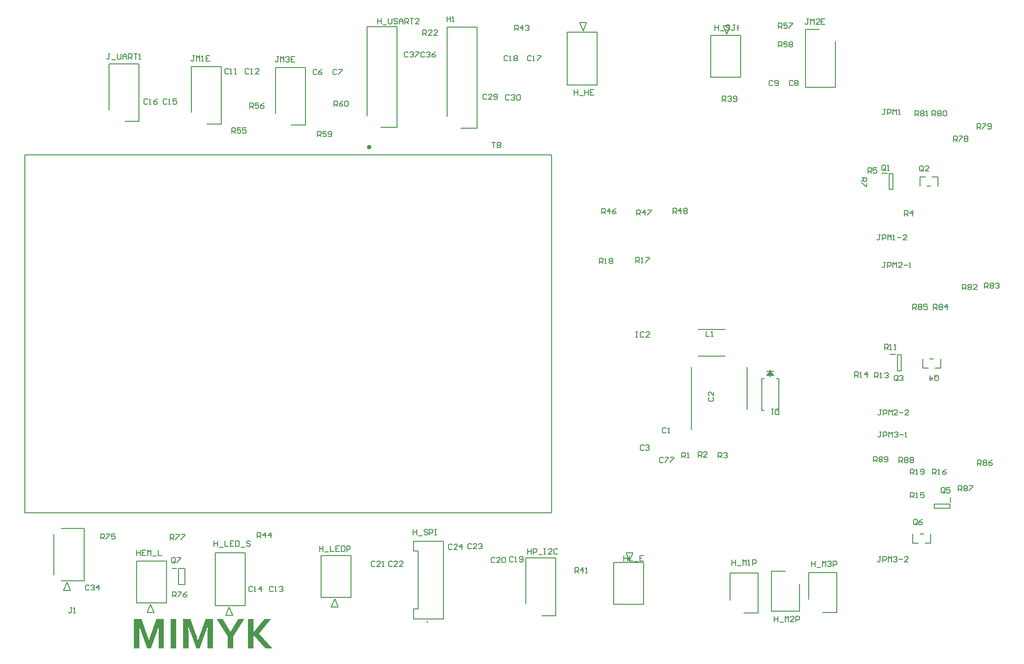
<source format=gbr>
%TF.GenerationSoftware,Altium Limited,Altium Designer,20.2.5 (213)*%
G04 Layer_Color=65535*
%FSLAX26Y26*%
%MOIN*%
%TF.SameCoordinates,9BAFD9CD-774C-4051-972E-F2DD54F50950*%
%TF.FilePolarity,Positive*%
%TF.FileFunction,Legend,Top*%
%TF.Part,Single*%
G01*
G75*
%TA.AperFunction,NonConductor*%
%ADD57C,0.015748*%
%ADD58C,0.007874*%
%ADD59C,0.006000*%
%ADD60C,0.005000*%
G36*
X1913429Y914564D02*
Y830000D01*
X1874793D01*
Y914564D01*
X1794602Y1040681D01*
X1837613D01*
X1893746Y949920D01*
X1894111D01*
X1950244Y1040681D01*
X1993255D01*
X1913429Y914564D01*
D02*
G37*
G36*
X2100053Y936069D02*
X2195188Y830000D01*
X2145616D01*
X2060323Y924770D01*
X2059959D01*
Y830000D01*
X2021322D01*
Y1040681D01*
X2059959D01*
Y944453D01*
X2060323D01*
X2139784Y1040681D01*
X2187898D01*
X2100053Y936069D01*
D02*
G37*
G36*
X1766536Y830000D02*
X1727899D01*
Y936434D01*
Y936798D01*
Y937528D01*
Y938986D01*
Y940808D01*
Y942995D01*
Y945547D01*
Y948827D01*
X1728264Y952107D01*
Y960126D01*
X1728628Y969604D01*
X1728993Y979809D01*
X1729722Y991109D01*
X1728264D01*
Y990745D01*
X1727899Y989651D01*
X1727170Y987464D01*
X1726441Y985277D01*
X1725348Y981996D01*
X1724254Y978716D01*
X1723160Y974707D01*
X1721703Y970697D01*
Y970332D01*
X1720974Y968875D01*
X1720609Y966688D01*
X1719515Y963771D01*
X1718422Y960491D01*
X1717329Y956846D01*
X1714412Y948827D01*
X1670672Y830000D01*
X1645887D01*
X1602147Y948827D01*
Y949192D01*
X1601418Y950649D01*
X1600688Y952837D01*
X1599595Y955753D01*
X1598502Y959033D01*
X1597408Y962678D01*
X1594492Y970697D01*
Y971062D01*
X1594128Y972519D01*
X1593399Y974707D01*
X1592669Y977622D01*
X1591576Y980538D01*
X1590483Y984183D01*
X1588295Y991109D01*
X1586838D01*
Y990745D01*
Y989651D01*
X1587202Y988193D01*
Y986006D01*
Y983455D01*
X1587566Y980538D01*
Y977258D01*
X1587931Y973249D01*
X1588295Y964865D01*
X1588660Y955753D01*
X1589024Y946275D01*
Y936798D01*
Y830000D01*
X1550388D01*
Y1040681D01*
X1603969D01*
X1640419Y940079D01*
Y939715D01*
X1640784Y938986D01*
X1641148Y937528D01*
X1641877Y935705D01*
X1642970Y933518D01*
X1643699Y930602D01*
X1644793Y927686D01*
X1645887Y924041D01*
X1648438Y916022D01*
X1651354Y906909D01*
X1654634Y897068D01*
X1657551Y886497D01*
X1658644D01*
Y886862D01*
X1659008Y887591D01*
X1659373Y889049D01*
X1659737Y890871D01*
X1660466Y893058D01*
X1661560Y895975D01*
X1662289Y898890D01*
X1663382Y902535D01*
X1665934Y910554D01*
X1668850Y919303D01*
X1672130Y929144D01*
X1675775Y939715D01*
X1712226Y1040681D01*
X1766536D01*
Y830000D01*
D02*
G37*
G36*
X1411149D02*
X1372512D01*
Y936434D01*
Y936798D01*
Y937528D01*
Y938986D01*
Y940808D01*
Y942995D01*
Y945547D01*
Y948827D01*
X1372876Y952107D01*
Y960126D01*
X1373241Y969604D01*
X1373605Y979809D01*
X1374334Y991109D01*
X1372876D01*
Y990745D01*
X1372512Y989651D01*
X1371783Y987464D01*
X1371053Y985277D01*
X1369960Y981996D01*
X1368867Y978716D01*
X1367773Y974707D01*
X1366315Y970697D01*
Y970332D01*
X1365586Y968875D01*
X1365222Y966688D01*
X1364128Y963771D01*
X1363034Y960491D01*
X1361941Y956846D01*
X1359025Y948827D01*
X1315285Y830000D01*
X1290499D01*
X1246759Y948827D01*
Y949192D01*
X1246030Y950649D01*
X1245301Y952837D01*
X1244207Y955753D01*
X1243114Y959033D01*
X1242021Y962678D01*
X1239104Y970697D01*
Y971062D01*
X1238740Y972519D01*
X1238011Y974707D01*
X1237282Y977622D01*
X1236188Y980538D01*
X1235095Y984183D01*
X1232908Y991109D01*
X1231450D01*
Y990745D01*
Y989651D01*
X1231814Y988193D01*
Y986006D01*
Y983455D01*
X1232179Y980538D01*
Y977258D01*
X1232543Y973249D01*
X1232908Y964865D01*
X1233273Y955753D01*
X1233637Y946275D01*
Y936798D01*
Y830000D01*
X1195000D01*
Y1040681D01*
X1248582D01*
X1285032Y940079D01*
Y939715D01*
X1285396Y938986D01*
X1285761Y937528D01*
X1286489Y935705D01*
X1287583Y933518D01*
X1288312Y930602D01*
X1289406Y927686D01*
X1290499Y924041D01*
X1293051Y916022D01*
X1295966Y906909D01*
X1299247Y897068D01*
X1302163Y886497D01*
X1303256D01*
Y886862D01*
X1303621Y887591D01*
X1303986Y889049D01*
X1304350Y890871D01*
X1305079Y893058D01*
X1306172Y895975D01*
X1306901Y898890D01*
X1307995Y902535D01*
X1310546Y910554D01*
X1313463Y919303D01*
X1316743Y929144D01*
X1320388Y939715D01*
X1356838Y1040681D01*
X1411149D01*
Y830000D01*
D02*
G37*
G36*
X1500086D02*
X1461449D01*
Y1040681D01*
X1500086D01*
Y830000D01*
D02*
G37*
D57*
X2905749Y4464724D02*
G03*
X2905749Y4464724I-7874J0D01*
G01*
D58*
X3323937Y1019803D02*
G03*
X3323937Y1019803I-3937J0D01*
G01*
X5637756Y2563622D02*
Y2867756D01*
X5232244Y2415984D02*
Y2867756D01*
X5283543Y3141457D02*
X5476457D01*
X5283543Y2948543D02*
X5476457D01*
X4033858Y1151260D02*
Y1483938D01*
X4250394D01*
Y1066614D02*
Y1483938D01*
X4150000Y1066614D02*
X4250394D01*
X1516378Y1407087D02*
X1563622D01*
Y1292913D02*
Y1407087D01*
X1516378Y1292913D02*
X1563622D01*
X1516378D02*
Y1407087D01*
X1471102Y1409055D02*
X1502598D01*
X6084606Y1185000D02*
Y1380275D01*
X6285394D01*
Y1089724D02*
Y1380275D01*
X6185000Y1089724D02*
X6285394D01*
X6015394Y1099724D02*
Y1295000D01*
X5814606Y1099724D02*
X6015394D01*
X5814606D02*
Y1390276D01*
X5915000D01*
X5514606Y1180000D02*
Y1375275D01*
X5715394D01*
Y1084724D02*
Y1375275D01*
X5615000Y1084724D02*
X5715394D01*
X2985000Y4607874D02*
X3101142D01*
Y5340158D01*
X2884606D02*
X3101142D01*
X2884606Y4692520D02*
Y5340158D01*
X6613070Y4276024D02*
X6652440D01*
X6666220Y4157520D02*
Y4272480D01*
Y4157520D02*
X6693780D01*
Y4272480D01*
X6666220D02*
X6693780D01*
X6059606Y5317126D02*
X6160000D01*
X6059606Y4899802D02*
Y5317126D01*
Y4899802D02*
X6276142D01*
Y5232480D01*
X1130000Y4651614D02*
X1230394D01*
Y5068938D01*
X1013858D02*
X1230394D01*
X1013858Y4736260D02*
Y5068938D01*
X7111024Y1887558D02*
Y1926928D01*
X6992520Y1873780D02*
X7107480D01*
X6992520Y1846220D02*
Y1873780D01*
Y1846220D02*
X7107480D01*
Y1873780D01*
X6673070Y2961024D02*
X6712440D01*
X6726220Y2842520D02*
Y2957480D01*
Y2842520D02*
X6753780D01*
Y2957480D01*
X6726220D02*
X6753780D01*
X3464606Y4687520D02*
Y5335158D01*
X3681142D01*
Y4602874D02*
Y5335158D01*
X3565000Y4602874D02*
X3681142D01*
X2218858Y4710000D02*
Y5042678D01*
X2435394D01*
Y4625354D02*
Y5042678D01*
X2335000Y4625354D02*
X2435394D01*
X1608858Y4717520D02*
Y5050198D01*
X1825394D01*
Y4632874D02*
Y5050198D01*
X1725000Y4632874D02*
X1825394D01*
X6552524Y2180321D02*
Y2219679D01*
X6572202D01*
X6578762Y2213119D01*
Y2200000D01*
X6572202Y2193440D01*
X6552524D01*
X6565643D02*
X6578762Y2180321D01*
X6591881Y2213119D02*
X6598440Y2219679D01*
X6611560D01*
X6618119Y2213119D01*
Y2206559D01*
X6611560Y2200000D01*
X6618119Y2193440D01*
Y2186881D01*
X6611560Y2180321D01*
X6598440D01*
X6591881Y2186881D01*
Y2193440D01*
X6598440Y2200000D01*
X6591881Y2206559D01*
Y2213119D01*
X6598440Y2200000D02*
X6611560D01*
X6631238Y2186881D02*
X6637798Y2180321D01*
X6650917D01*
X6657476Y2186881D01*
Y2213119D01*
X6650917Y2219679D01*
X6637798D01*
X6631238Y2213119D01*
Y2206559D01*
X6637798Y2200000D01*
X6657476D01*
X6737524Y2175321D02*
Y2214679D01*
X6757202D01*
X6763762Y2208119D01*
Y2195000D01*
X6757202Y2188440D01*
X6737524D01*
X6750643D02*
X6763762Y2175321D01*
X6776881Y2208119D02*
X6783440Y2214679D01*
X6796560D01*
X6803119Y2208119D01*
Y2201559D01*
X6796560Y2195000D01*
X6803119Y2188440D01*
Y2181881D01*
X6796560Y2175321D01*
X6783440D01*
X6776881Y2181881D01*
Y2188440D01*
X6783440Y2195000D01*
X6776881Y2201559D01*
Y2208119D01*
X6783440Y2195000D02*
X6796560D01*
X6816238Y2208119D02*
X6822798Y2214679D01*
X6835917D01*
X6842476Y2208119D01*
Y2201559D01*
X6835917Y2195000D01*
X6842476Y2188440D01*
Y2181881D01*
X6835917Y2175321D01*
X6822798D01*
X6816238Y2181881D01*
Y2188440D01*
X6822798Y2195000D01*
X6816238Y2201559D01*
Y2208119D01*
X6822798Y2195000D02*
X6835917D01*
X7167524Y1970321D02*
Y2009679D01*
X7187202D01*
X7193762Y2003119D01*
Y1990000D01*
X7187202Y1983440D01*
X7167524D01*
X7180643D02*
X7193762Y1970321D01*
X7206881Y2003119D02*
X7213440Y2009679D01*
X7226560D01*
X7233119Y2003119D01*
Y1996560D01*
X7226560Y1990000D01*
X7233119Y1983440D01*
Y1976881D01*
X7226560Y1970321D01*
X7213440D01*
X7206881Y1976881D01*
Y1983440D01*
X7213440Y1990000D01*
X7206881Y1996560D01*
Y2003119D01*
X7213440Y1990000D02*
X7226560D01*
X7246238Y2009679D02*
X7272476D01*
Y2003119D01*
X7246238Y1976881D01*
Y1970321D01*
X7307524Y2155321D02*
Y2194679D01*
X7327202D01*
X7333762Y2188119D01*
Y2175000D01*
X7327202Y2168440D01*
X7307524D01*
X7320643D02*
X7333762Y2155321D01*
X7346881Y2188119D02*
X7353440Y2194679D01*
X7366560D01*
X7373119Y2188119D01*
Y2181559D01*
X7366560Y2175000D01*
X7373119Y2168440D01*
Y2161881D01*
X7366560Y2155321D01*
X7353440D01*
X7346881Y2161881D01*
Y2168440D01*
X7353440Y2175000D01*
X7346881Y2181559D01*
Y2188119D01*
X7353440Y2175000D02*
X7366560D01*
X7412476Y2194679D02*
X7399357Y2188119D01*
X7386238Y2175000D01*
Y2161881D01*
X7392798Y2155321D01*
X7405917D01*
X7412476Y2161881D01*
Y2168440D01*
X7405917Y2175000D01*
X7386238D01*
X6837524Y3285321D02*
Y3324679D01*
X6857202D01*
X6863762Y3318119D01*
Y3305000D01*
X6857202Y3298440D01*
X6837524D01*
X6850643D02*
X6863762Y3285321D01*
X6876881Y3318119D02*
X6883440Y3324679D01*
X6896560D01*
X6903119Y3318119D01*
Y3311559D01*
X6896560Y3305000D01*
X6903119Y3298440D01*
Y3291881D01*
X6896560Y3285321D01*
X6883440D01*
X6876881Y3291881D01*
Y3298440D01*
X6883440Y3305000D01*
X6876881Y3311559D01*
Y3318119D01*
X6883440Y3305000D02*
X6896560D01*
X6942476Y3324679D02*
X6916238D01*
Y3305000D01*
X6929357Y3311559D01*
X6935917D01*
X6942476Y3305000D01*
Y3291881D01*
X6935917Y3285321D01*
X6922798D01*
X6916238Y3291881D01*
X6987524Y3285321D02*
Y3324679D01*
X7007202D01*
X7013762Y3318119D01*
Y3305000D01*
X7007202Y3298440D01*
X6987524D01*
X7000643D02*
X7013762Y3285321D01*
X7026881Y3318119D02*
X7033440Y3324679D01*
X7046560D01*
X7053119Y3318119D01*
Y3311559D01*
X7046560Y3305000D01*
X7053119Y3298440D01*
Y3291881D01*
X7046560Y3285321D01*
X7033440D01*
X7026881Y3291881D01*
Y3298440D01*
X7033440Y3305000D01*
X7026881Y3311559D01*
Y3318119D01*
X7033440Y3305000D02*
X7046560D01*
X7085917Y3285321D02*
Y3324679D01*
X7066238Y3305000D01*
X7092476D01*
X7357524Y3440321D02*
Y3479679D01*
X7377202D01*
X7383762Y3473119D01*
Y3460000D01*
X7377202Y3453440D01*
X7357524D01*
X7370643D02*
X7383762Y3440321D01*
X7396881Y3473119D02*
X7403440Y3479679D01*
X7416560D01*
X7423119Y3473119D01*
Y3466559D01*
X7416560Y3460000D01*
X7423119Y3453440D01*
Y3446881D01*
X7416560Y3440321D01*
X7403440D01*
X7396881Y3446881D01*
Y3453440D01*
X7403440Y3460000D01*
X7396881Y3466559D01*
Y3473119D01*
X7403440Y3460000D02*
X7416560D01*
X7436238Y3473119D02*
X7442798Y3479679D01*
X7455917D01*
X7462476Y3473119D01*
Y3466559D01*
X7455917Y3460000D01*
X7449357D01*
X7455917D01*
X7462476Y3453440D01*
Y3446881D01*
X7455917Y3440321D01*
X7442798D01*
X7436238Y3446881D01*
X7197524Y3430321D02*
Y3469679D01*
X7217202D01*
X7223762Y3463119D01*
Y3450000D01*
X7217202Y3443440D01*
X7197524D01*
X7210643D02*
X7223762Y3430321D01*
X7236881Y3463119D02*
X7243440Y3469679D01*
X7256560D01*
X7263119Y3463119D01*
Y3456559D01*
X7256560Y3450000D01*
X7263119Y3443440D01*
Y3436881D01*
X7256560Y3430321D01*
X7243440D01*
X7236881Y3436881D01*
Y3443440D01*
X7243440Y3450000D01*
X7236881Y3456559D01*
Y3463119D01*
X7243440Y3450000D02*
X7256560D01*
X7302476Y3430321D02*
X7276238D01*
X7302476Y3456559D01*
Y3463119D01*
X7295917Y3469679D01*
X7282798D01*
X7276238Y3463119D01*
X6854083Y4690321D02*
Y4729679D01*
X6873762D01*
X6880321Y4723119D01*
Y4710000D01*
X6873762Y4703440D01*
X6854083D01*
X6867202D02*
X6880321Y4690321D01*
X6893440Y4723119D02*
X6900000Y4729679D01*
X6913119D01*
X6919679Y4723119D01*
Y4716560D01*
X6913119Y4710000D01*
X6919679Y4703440D01*
Y4696881D01*
X6913119Y4690321D01*
X6900000D01*
X6893440Y4696881D01*
Y4703440D01*
X6900000Y4710000D01*
X6893440Y4716560D01*
Y4723119D01*
X6900000Y4710000D02*
X6913119D01*
X6932798Y4690321D02*
X6945917D01*
X6939358D01*
Y4729679D01*
X6932798Y4723119D01*
X6977524Y4690321D02*
Y4729679D01*
X6997202D01*
X7003762Y4723119D01*
Y4710000D01*
X6997202Y4703440D01*
X6977524D01*
X6990643D02*
X7003762Y4690321D01*
X7016881Y4723119D02*
X7023440Y4729679D01*
X7036560D01*
X7043119Y4723119D01*
Y4716560D01*
X7036560Y4710000D01*
X7043119Y4703440D01*
Y4696881D01*
X7036560Y4690321D01*
X7023440D01*
X7016881Y4696881D01*
Y4703440D01*
X7023440Y4710000D01*
X7016881Y4716560D01*
Y4723119D01*
X7023440Y4710000D02*
X7036560D01*
X7056238Y4723119D02*
X7062798Y4729679D01*
X7075917D01*
X7082476Y4723119D01*
Y4696881D01*
X7075917Y4690321D01*
X7062798D01*
X7056238Y4696881D01*
Y4723119D01*
X7302524Y4595321D02*
Y4634679D01*
X7322202D01*
X7328762Y4628119D01*
Y4615000D01*
X7322202Y4608440D01*
X7302524D01*
X7315643D02*
X7328762Y4595321D01*
X7341881Y4634679D02*
X7368119D01*
Y4628119D01*
X7341881Y4601881D01*
Y4595321D01*
X7381238Y4601881D02*
X7387798Y4595321D01*
X7400917D01*
X7407476Y4601881D01*
Y4628119D01*
X7400917Y4634679D01*
X7387798D01*
X7381238Y4628119D01*
Y4621560D01*
X7387798Y4615000D01*
X7407476D01*
X7132524Y4505321D02*
Y4544679D01*
X7152202D01*
X7158762Y4538119D01*
Y4525000D01*
X7152202Y4518440D01*
X7132524D01*
X7145643D02*
X7158762Y4505321D01*
X7171881Y4544679D02*
X7198119D01*
Y4538119D01*
X7171881Y4511881D01*
Y4505321D01*
X7211238Y4538119D02*
X7217798Y4544679D01*
X7230917D01*
X7237476Y4538119D01*
Y4531560D01*
X7230917Y4525000D01*
X7237476Y4518440D01*
Y4511881D01*
X7230917Y4505321D01*
X7217798D01*
X7211238Y4511881D01*
Y4518440D01*
X7217798Y4525000D01*
X7211238Y4531560D01*
Y4538119D01*
X7217798Y4525000D02*
X7230917D01*
X6611285Y2399679D02*
X6598166D01*
X6604726D01*
Y2366881D01*
X6598166Y2360321D01*
X6591607D01*
X6585047Y2366881D01*
X6624404Y2360321D02*
Y2399679D01*
X6644083D01*
X6650643Y2393119D01*
Y2380000D01*
X6644083Y2373440D01*
X6624404D01*
X6663762Y2360321D02*
Y2399679D01*
X6676881Y2386559D01*
X6690000Y2399679D01*
Y2360321D01*
X6703119Y2393119D02*
X6709679Y2399679D01*
X6722798D01*
X6729357Y2393119D01*
Y2386559D01*
X6722798Y2380000D01*
X6716238D01*
X6722798D01*
X6729357Y2373440D01*
Y2366881D01*
X6722798Y2360321D01*
X6709679D01*
X6703119Y2366881D01*
X6742477Y2380000D02*
X6768715D01*
X6781834Y2360321D02*
X6794953D01*
X6788394D01*
Y2399679D01*
X6781834Y2393119D01*
X6868440Y1731881D02*
Y1758119D01*
X6861881Y1764679D01*
X6848762D01*
X6842202Y1758119D01*
Y1731881D01*
X6848762Y1725321D01*
X6861881D01*
X6855321Y1738440D02*
X6868440Y1725321D01*
X6861881D02*
X6868440Y1731881D01*
X6907798Y1764679D02*
X6894679Y1758119D01*
X6881560Y1745000D01*
Y1731881D01*
X6888119Y1725321D01*
X6901238D01*
X6907798Y1731881D01*
Y1738440D01*
X6901238Y1745000D01*
X6881560D01*
X5028762Y2208119D02*
X5022202Y2214679D01*
X5009083D01*
X5002524Y2208119D01*
Y2181881D01*
X5009083Y2175321D01*
X5022202D01*
X5028762Y2181881D01*
X5041881Y2214679D02*
X5068119D01*
Y2208119D01*
X5041881Y2181881D01*
Y2175321D01*
X5081238Y2214679D02*
X5107476D01*
Y2208119D01*
X5081238Y2181881D01*
Y2175321D01*
X1457524Y1615321D02*
Y1654679D01*
X1477202D01*
X1483762Y1648119D01*
Y1635000D01*
X1477202Y1628440D01*
X1457524D01*
X1470643D02*
X1483762Y1615321D01*
X1496881Y1654679D02*
X1523119D01*
Y1648119D01*
X1496881Y1621881D01*
Y1615321D01*
X1536238Y1654679D02*
X1562476D01*
Y1648119D01*
X1536238Y1621881D01*
Y1615321D01*
X1472524Y1200321D02*
Y1239679D01*
X1492202D01*
X1498762Y1233119D01*
Y1220000D01*
X1492202Y1213440D01*
X1472524D01*
X1485643D02*
X1498762Y1200321D01*
X1511881Y1239679D02*
X1538119D01*
Y1233119D01*
X1511881Y1206881D01*
Y1200321D01*
X1577476Y1239679D02*
X1564357Y1233119D01*
X1551238Y1220000D01*
Y1206881D01*
X1557798Y1200321D01*
X1570917D01*
X1577476Y1206881D01*
Y1213440D01*
X1570917Y1220000D01*
X1551238D01*
X1494238Y1454560D02*
Y1480798D01*
X1487679Y1487357D01*
X1474560D01*
X1468000Y1480798D01*
Y1454560D01*
X1474560Y1448000D01*
X1487679D01*
X1481119Y1461119D02*
X1494238Y1448000D01*
X1487679D02*
X1494238Y1454560D01*
X1507357Y1487357D02*
X1533596D01*
Y1480798D01*
X1507357Y1454560D01*
Y1448000D01*
X1213166Y1542958D02*
Y1503601D01*
Y1523280D01*
X1239404D01*
Y1542958D01*
Y1503601D01*
X1278762Y1542958D02*
X1252524D01*
Y1503601D01*
X1278762D01*
X1252524Y1523280D02*
X1265643D01*
X1291881Y1503601D02*
Y1542958D01*
X1305000Y1529839D01*
X1318119Y1542958D01*
Y1503601D01*
X1331238Y1497042D02*
X1357476D01*
X1370596Y1542958D02*
Y1503601D01*
X1396834D01*
X6603005Y3829679D02*
X6589886D01*
X6596446D01*
Y3796881D01*
X6589886Y3790321D01*
X6583327D01*
X6576767Y3796881D01*
X6616125Y3790321D02*
Y3829679D01*
X6635803D01*
X6642363Y3823119D01*
Y3810000D01*
X6635803Y3803440D01*
X6616125D01*
X6655482Y3790321D02*
Y3829679D01*
X6668601Y3816559D01*
X6681720Y3829679D01*
Y3790321D01*
X6694839D02*
X6707958D01*
X6701399D01*
Y3829679D01*
X6694839Y3823119D01*
X6727637Y3810000D02*
X6753875D01*
X6793233Y3790321D02*
X6766995D01*
X6793233Y3816559D01*
Y3823119D01*
X6786673Y3829679D01*
X6773554D01*
X6766995Y3823119D01*
X3787203Y4499679D02*
X3813441D01*
X3800322D01*
Y4460321D01*
X3826560Y4499679D02*
Y4460321D01*
X3846239D01*
X3852799Y4466881D01*
Y4473440D01*
X3846239Y4480000D01*
X3826560D01*
X3846239D01*
X3852799Y4486560D01*
Y4493119D01*
X3846239Y4499679D01*
X3826560D01*
X952524Y1620321D02*
Y1659679D01*
X972202D01*
X978762Y1653119D01*
Y1640000D01*
X972202Y1633440D01*
X952524D01*
X965643D02*
X978762Y1620321D01*
X991881Y1659679D02*
X1018119D01*
Y1653119D01*
X991881Y1626881D01*
Y1620321D01*
X1057476Y1659679D02*
X1031238D01*
Y1640000D01*
X1044357Y1646560D01*
X1050917D01*
X1057476Y1640000D01*
Y1626881D01*
X1050917Y1620321D01*
X1037798D01*
X1031238Y1626881D01*
X2642523Y4760321D02*
Y4799679D01*
X2662202D01*
X2668762Y4793119D01*
Y4780000D01*
X2662202Y4773440D01*
X2642523D01*
X2655643D02*
X2668762Y4760321D01*
X2708119Y4799679D02*
X2695000Y4793119D01*
X2681881Y4780000D01*
Y4766881D01*
X2688441Y4760321D01*
X2701560D01*
X2708119Y4766881D01*
Y4773440D01*
X2701560Y4780000D01*
X2681881D01*
X2721238Y4793119D02*
X2727798Y4799679D01*
X2740917D01*
X2747477Y4793119D01*
Y4766881D01*
X2740917Y4760321D01*
X2727798D01*
X2721238Y4766881D01*
Y4793119D01*
X2522523Y4540321D02*
Y4579679D01*
X2542202D01*
X2548762Y4573119D01*
Y4560000D01*
X2542202Y4553440D01*
X2522523D01*
X2535643D02*
X2548762Y4540321D01*
X2588119Y4579679D02*
X2561881D01*
Y4560000D01*
X2575000Y4566560D01*
X2581560D01*
X2588119Y4560000D01*
Y4546881D01*
X2581560Y4540321D01*
X2568441D01*
X2561881Y4546881D01*
X2601238D02*
X2607798Y4540321D01*
X2620917D01*
X2627477Y4546881D01*
Y4573119D01*
X2620917Y4579679D01*
X2607798D01*
X2601238Y4573119D01*
Y4566560D01*
X2607798Y4560000D01*
X2627477D01*
X5862524Y5190321D02*
Y5229679D01*
X5882202D01*
X5888762Y5223119D01*
Y5210000D01*
X5882202Y5203440D01*
X5862524D01*
X5875643D02*
X5888762Y5190321D01*
X5928119Y5229679D02*
X5901881D01*
Y5210000D01*
X5915000Y5216560D01*
X5921560D01*
X5928119Y5210000D01*
Y5196881D01*
X5921560Y5190321D01*
X5908440D01*
X5901881Y5196881D01*
X5941238Y5223119D02*
X5947798Y5229679D01*
X5960917D01*
X5967476Y5223119D01*
Y5216560D01*
X5960917Y5210000D01*
X5967476Y5203440D01*
Y5196881D01*
X5960917Y5190321D01*
X5947798D01*
X5941238Y5196881D01*
Y5203440D01*
X5947798Y5210000D01*
X5941238Y5216560D01*
Y5223119D01*
X5947798Y5210000D02*
X5960917D01*
X5862524Y5325321D02*
Y5364679D01*
X5882202D01*
X5888762Y5358119D01*
Y5345000D01*
X5882202Y5338440D01*
X5862524D01*
X5875643D02*
X5888762Y5325321D01*
X5928119Y5364679D02*
X5901881D01*
Y5345000D01*
X5915000Y5351560D01*
X5921560D01*
X5928119Y5345000D01*
Y5331881D01*
X5921560Y5325321D01*
X5908440D01*
X5901881Y5331881D01*
X5941238Y5364679D02*
X5967476D01*
Y5358119D01*
X5941238Y5331881D01*
Y5325321D01*
X2032524Y4745321D02*
Y4784679D01*
X2052202D01*
X2058762Y4778119D01*
Y4765000D01*
X2052202Y4758440D01*
X2032524D01*
X2045643D02*
X2058762Y4745321D01*
X2098119Y4784679D02*
X2071881D01*
Y4765000D01*
X2085000Y4771560D01*
X2091560D01*
X2098119Y4765000D01*
Y4751881D01*
X2091560Y4745321D01*
X2078441D01*
X2071881Y4751881D01*
X2137477Y4784679D02*
X2124357Y4778119D01*
X2111238Y4765000D01*
Y4751881D01*
X2117798Y4745321D01*
X2130917D01*
X2137477Y4751881D01*
Y4758440D01*
X2130917Y4765000D01*
X2111238D01*
X1902524Y4565321D02*
Y4604679D01*
X1922202D01*
X1928762Y4598119D01*
Y4585000D01*
X1922202Y4578440D01*
X1902524D01*
X1915643D02*
X1928762Y4565321D01*
X1968119Y4604679D02*
X1941881D01*
Y4585000D01*
X1955000Y4591560D01*
X1961560D01*
X1968119Y4585000D01*
Y4571881D01*
X1961560Y4565321D01*
X1948440D01*
X1941881Y4571881D01*
X2007476Y4604679D02*
X1981238D01*
Y4585000D01*
X1994357Y4591560D01*
X2000917D01*
X2007476Y4585000D01*
Y4571881D01*
X2000917Y4565321D01*
X1987798D01*
X1981238Y4571881D01*
X5099000Y3982000D02*
Y4021357D01*
X5118679D01*
X5125238Y4014798D01*
Y4001679D01*
X5118679Y3995119D01*
X5099000D01*
X5112119D02*
X5125238Y3982000D01*
X5158036D02*
Y4021357D01*
X5138357Y4001679D01*
X5164596D01*
X5177715Y4014798D02*
X5184274Y4021357D01*
X5197394D01*
X5203953Y4014798D01*
Y4008238D01*
X5197394Y4001679D01*
X5203953Y3995119D01*
Y3988560D01*
X5197394Y3982000D01*
X5184274D01*
X5177715Y3988560D01*
Y3995119D01*
X5184274Y4001679D01*
X5177715Y4008238D01*
Y4014798D01*
X5184274Y4001679D02*
X5197394D01*
X4837524Y3970321D02*
Y4009679D01*
X4857202D01*
X4863762Y4003119D01*
Y3990000D01*
X4857202Y3983440D01*
X4837524D01*
X4850643D02*
X4863762Y3970321D01*
X4896560D02*
Y4009679D01*
X4876881Y3990000D01*
X4903119D01*
X4916238Y4009679D02*
X4942476D01*
Y4003119D01*
X4916238Y3976881D01*
Y3970321D01*
X4582524Y3980321D02*
Y4019679D01*
X4602202D01*
X4608762Y4013119D01*
Y4000000D01*
X4602202Y3993440D01*
X4582524D01*
X4595643D02*
X4608762Y3980321D01*
X4641560D02*
Y4019679D01*
X4621881Y4000000D01*
X4648119D01*
X4687476Y4019679D02*
X4674357Y4013119D01*
X4661238Y4000000D01*
Y3986881D01*
X4667798Y3980321D01*
X4680917D01*
X4687476Y3986881D01*
Y3993440D01*
X4680917Y4000000D01*
X4661238D01*
X2087523Y1630321D02*
Y1669679D01*
X2107202D01*
X2113762Y1663119D01*
Y1650000D01*
X2107202Y1643440D01*
X2087523D01*
X2100643D02*
X2113762Y1630321D01*
X2146560D02*
Y1669679D01*
X2126881Y1650000D01*
X2153119D01*
X2185917Y1630321D02*
Y1669679D01*
X2166238Y1650000D01*
X2192477D01*
X3952523Y5310321D02*
Y5349679D01*
X3972202D01*
X3978762Y5343119D01*
Y5330000D01*
X3972202Y5323440D01*
X3952523D01*
X3965643D02*
X3978762Y5310321D01*
X4011560D02*
Y5349679D01*
X3991881Y5330000D01*
X4018119D01*
X4031238Y5343119D02*
X4037798Y5349679D01*
X4050917D01*
X4057477Y5343119D01*
Y5336560D01*
X4050917Y5330000D01*
X4044357D01*
X4050917D01*
X4057477Y5323440D01*
Y5316881D01*
X4050917Y5310321D01*
X4037798D01*
X4031238Y5316881D01*
X4389083Y1375321D02*
Y1414679D01*
X4408762D01*
X4415321Y1408119D01*
Y1395000D01*
X4408762Y1388440D01*
X4389083D01*
X4402202D02*
X4415321Y1375321D01*
X4448119D02*
Y1414679D01*
X4428440Y1395000D01*
X4454679D01*
X4467798Y1375321D02*
X4480917D01*
X4474358D01*
Y1414679D01*
X4467798Y1408119D01*
X5457524Y4795321D02*
Y4834679D01*
X5477202D01*
X5483762Y4828119D01*
Y4815000D01*
X5477202Y4808440D01*
X5457524D01*
X5470643D02*
X5483762Y4795321D01*
X5496881Y4828119D02*
X5503440Y4834679D01*
X5516560D01*
X5523119Y4828119D01*
Y4821560D01*
X5516560Y4815000D01*
X5510000D01*
X5516560D01*
X5523119Y4808440D01*
Y4801881D01*
X5516560Y4795321D01*
X5503440D01*
X5496881Y4801881D01*
X5536238D02*
X5542798Y4795321D01*
X5555917D01*
X5562476Y4801881D01*
Y4828119D01*
X5555917Y4834679D01*
X5542798D01*
X5536238Y4828119D01*
Y4821560D01*
X5542798Y4815000D01*
X5562476D01*
X3287523Y5275321D02*
Y5314679D01*
X3307202D01*
X3313762Y5308119D01*
Y5295000D01*
X3307202Y5288440D01*
X3287523D01*
X3300643D02*
X3313762Y5275321D01*
X3353119D02*
X3326881D01*
X3353119Y5301560D01*
Y5308119D01*
X3346560Y5314679D01*
X3333441D01*
X3326881Y5308119D01*
X3392477Y5275321D02*
X3366238D01*
X3392477Y5301560D01*
Y5308119D01*
X3385917Y5314679D01*
X3372798D01*
X3366238Y5308119D01*
X6820803Y2090321D02*
Y2129679D01*
X6840482D01*
X6847042Y2123119D01*
Y2110000D01*
X6840482Y2103440D01*
X6820803D01*
X6833922D02*
X6847042Y2090321D01*
X6860161D02*
X6873280D01*
X6866720D01*
Y2129679D01*
X6860161Y2123119D01*
X6892958Y2096881D02*
X6899518Y2090321D01*
X6912637D01*
X6919197Y2096881D01*
Y2123119D01*
X6912637Y2129679D01*
X6899518D01*
X6892958Y2123119D01*
Y2116559D01*
X6899518Y2110000D01*
X6919197D01*
X4565803Y3620321D02*
Y3659679D01*
X4585482D01*
X4592042Y3653119D01*
Y3640000D01*
X4585482Y3633440D01*
X4565803D01*
X4578922D02*
X4592042Y3620321D01*
X4605161D02*
X4618280D01*
X4611720D01*
Y3659679D01*
X4605161Y3653119D01*
X4637958D02*
X4644518Y3659679D01*
X4657637D01*
X4664197Y3653119D01*
Y3646559D01*
X4657637Y3640000D01*
X4664197Y3633440D01*
Y3626881D01*
X4657637Y3620321D01*
X4644518D01*
X4637958Y3626881D01*
Y3633440D01*
X4644518Y3640000D01*
X4637958Y3646559D01*
Y3653119D01*
X4644518Y3640000D02*
X4657637D01*
X4830803Y3625321D02*
Y3664679D01*
X4850482D01*
X4857042Y3658119D01*
Y3645000D01*
X4850482Y3638440D01*
X4830803D01*
X4843922D02*
X4857042Y3625321D01*
X4870161D02*
X4883280D01*
X4876720D01*
Y3664679D01*
X4870161Y3658119D01*
X4902958Y3664679D02*
X4929197D01*
Y3658119D01*
X4902958Y3631881D01*
Y3625321D01*
X6980803Y2090321D02*
Y2129679D01*
X7000482D01*
X7007042Y2123119D01*
Y2110000D01*
X7000482Y2103440D01*
X6980803D01*
X6993922D02*
X7007042Y2090321D01*
X7020161D02*
X7033280D01*
X7026720D01*
Y2129679D01*
X7020161Y2123119D01*
X7079197Y2129679D02*
X7066078Y2123119D01*
X7052958Y2110000D01*
Y2096881D01*
X7059518Y2090321D01*
X7072637D01*
X7079197Y2096881D01*
Y2103440D01*
X7072637Y2110000D01*
X7052958D01*
X6820803Y1920321D02*
Y1959679D01*
X6840482D01*
X6847042Y1953119D01*
Y1940000D01*
X6840482Y1933440D01*
X6820803D01*
X6833922D02*
X6847042Y1920321D01*
X6860161D02*
X6873280D01*
X6866720D01*
Y1959679D01*
X6860161Y1953119D01*
X6919197Y1959679D02*
X6892958D01*
Y1940000D01*
X6906078Y1946560D01*
X6912637D01*
X6919197Y1940000D01*
Y1926881D01*
X6912637Y1920321D01*
X6899518D01*
X6892958Y1926881D01*
X6415803Y2795321D02*
Y2834679D01*
X6435482D01*
X6442042Y2828119D01*
Y2815000D01*
X6435482Y2808440D01*
X6415803D01*
X6428922D02*
X6442042Y2795321D01*
X6455161D02*
X6468280D01*
X6461720D01*
Y2834679D01*
X6455161Y2828119D01*
X6507637Y2795321D02*
Y2834679D01*
X6487958Y2815000D01*
X6514197D01*
X6560803Y2790321D02*
Y2829679D01*
X6580482D01*
X6587042Y2823119D01*
Y2810000D01*
X6580482Y2803440D01*
X6560803D01*
X6573922D02*
X6587042Y2790321D01*
X6600161D02*
X6613280D01*
X6606720D01*
Y2829679D01*
X6600161Y2823119D01*
X6632958D02*
X6639518Y2829679D01*
X6652637D01*
X6659197Y2823119D01*
Y2816559D01*
X6652637Y2810000D01*
X6646078D01*
X6652637D01*
X6659197Y2803440D01*
Y2796881D01*
X6652637Y2790321D01*
X6639518D01*
X6632958Y2796881D01*
X6632363Y2995321D02*
Y3034679D01*
X6652042D01*
X6658601Y3028119D01*
Y3015000D01*
X6652042Y3008440D01*
X6632363D01*
X6645482D02*
X6658601Y2995321D01*
X6671720D02*
X6684839D01*
X6678280D01*
Y3034679D01*
X6671720Y3028119D01*
X6704518Y2995321D02*
X6717637D01*
X6711078D01*
Y3034679D01*
X6704518Y3028119D01*
X6465321Y4242798D02*
X6504679D01*
Y4223119D01*
X6498119Y4216560D01*
X6485000D01*
X6478440Y4223119D01*
Y4242798D01*
Y4229679D02*
X6465321Y4216560D01*
X6504679Y4203440D02*
Y4177202D01*
X6498119D01*
X6471881Y4203440D01*
X6465321D01*
X6512202Y4275321D02*
Y4314679D01*
X6531881D01*
X6538440Y4308119D01*
Y4295000D01*
X6531881Y4288440D01*
X6512202D01*
X6525321D02*
X6538440Y4275321D01*
X6577798Y4314679D02*
X6551560D01*
Y4295000D01*
X6564679Y4301560D01*
X6571238D01*
X6577798Y4295000D01*
Y4281881D01*
X6571238Y4275321D01*
X6558119D01*
X6551560Y4281881D01*
X6777202Y3965321D02*
Y4004679D01*
X6796881D01*
X6803440Y3998119D01*
Y3985000D01*
X6796881Y3978440D01*
X6777202D01*
X6790321D02*
X6803440Y3965321D01*
X6836238D02*
Y4004679D01*
X6816560Y3985000D01*
X6842798D01*
X5427202Y2210321D02*
Y2249679D01*
X5446881D01*
X5453440Y2243119D01*
Y2230000D01*
X5446881Y2223440D01*
X5427202D01*
X5440321D02*
X5453440Y2210321D01*
X5466560Y2243119D02*
X5473119Y2249679D01*
X5486238D01*
X5492798Y2243119D01*
Y2236559D01*
X5486238Y2230000D01*
X5479679D01*
X5486238D01*
X5492798Y2223440D01*
Y2216881D01*
X5486238Y2210321D01*
X5473119D01*
X5466560Y2216881D01*
X5282202Y2215321D02*
Y2254679D01*
X5301881D01*
X5308440Y2248119D01*
Y2235000D01*
X5301881Y2228440D01*
X5282202D01*
X5295321D02*
X5308440Y2215321D01*
X5347798D02*
X5321560D01*
X5347798Y2241559D01*
Y2248119D01*
X5341238Y2254679D01*
X5328119D01*
X5321560Y2248119D01*
X5163762Y2210321D02*
Y2249679D01*
X5183440D01*
X5190000Y2243119D01*
Y2230000D01*
X5183440Y2223440D01*
X5163762D01*
X5176881D02*
X5190000Y2210321D01*
X5203119D02*
X5216238D01*
X5209679D01*
Y2249679D01*
X5203119Y2243119D01*
X7068440Y1961881D02*
Y1988119D01*
X7061881Y1994679D01*
X7048762D01*
X7042202Y1988119D01*
Y1961881D01*
X7048762Y1955321D01*
X7061881D01*
X7055321Y1968440D02*
X7068440Y1955321D01*
X7061881D02*
X7068440Y1961881D01*
X7107798Y1994679D02*
X7081560D01*
Y1975000D01*
X7094679Y1981560D01*
X7101238D01*
X7107798Y1975000D01*
Y1961881D01*
X7101238Y1955321D01*
X7088119D01*
X7081560Y1961881D01*
X6996560Y2803119D02*
Y2776881D01*
X7003119Y2770321D01*
X7016238D01*
X7022798Y2776881D01*
Y2803119D01*
X7016238Y2809678D01*
X7003119D01*
X7009679Y2796559D02*
X6996560Y2809678D01*
X7003119D02*
X6996560Y2803119D01*
X6963762Y2809678D02*
Y2770321D01*
X6983440Y2790000D01*
X6957202D01*
X6728440Y2776881D02*
Y2803119D01*
X6721881Y2809679D01*
X6708762D01*
X6702202Y2803119D01*
Y2776881D01*
X6708762Y2770321D01*
X6721881D01*
X6715321Y2783440D02*
X6728440Y2770321D01*
X6721881D02*
X6728440Y2776881D01*
X6741560Y2803119D02*
X6748119Y2809679D01*
X6761238D01*
X6767798Y2803119D01*
Y2796559D01*
X6761238Y2790000D01*
X6754679D01*
X6761238D01*
X6767798Y2783440D01*
Y2776881D01*
X6761238Y2770321D01*
X6748119D01*
X6741560Y2776881D01*
X6913440Y4296881D02*
Y4323119D01*
X6906881Y4329679D01*
X6893762D01*
X6887202Y4323119D01*
Y4296881D01*
X6893762Y4290321D01*
X6906881D01*
X6900321Y4303440D02*
X6913440Y4290321D01*
X6906881D02*
X6913440Y4296881D01*
X6952798Y4290321D02*
X6926560D01*
X6952798Y4316560D01*
Y4323119D01*
X6946238Y4329679D01*
X6933119D01*
X6926560Y4323119D01*
X6640000Y4301881D02*
Y4328119D01*
X6633440Y4334679D01*
X6620321D01*
X6613762Y4328119D01*
Y4301881D01*
X6620321Y4295321D01*
X6633440D01*
X6626881Y4308440D02*
X6640000Y4295321D01*
X6633440D02*
X6640000Y4301881D01*
X6653119Y4295321D02*
X6666238D01*
X6659679D01*
Y4334679D01*
X6653119Y4328119D01*
X5338762Y3129679D02*
Y3090321D01*
X5365000D01*
X5378119D02*
X5391238D01*
X5384679D01*
Y3129679D01*
X5378119Y3123119D01*
X6606238Y1495357D02*
X6593119D01*
X6599679D01*
Y1462560D01*
X6593119Y1456000D01*
X6586560D01*
X6580000Y1462560D01*
X6619357Y1456000D02*
Y1495357D01*
X6639036D01*
X6645596Y1488798D01*
Y1475679D01*
X6639036Y1469119D01*
X6619357D01*
X6658715Y1456000D02*
Y1495357D01*
X6671834Y1482238D01*
X6684953Y1495357D01*
Y1456000D01*
X6698072Y1488798D02*
X6704632Y1495357D01*
X6717751D01*
X6724310Y1488798D01*
Y1482238D01*
X6717751Y1475679D01*
X6711191D01*
X6717751D01*
X6724310Y1469119D01*
Y1462560D01*
X6717751Y1456000D01*
X6704632D01*
X6698072Y1462560D01*
X6737430Y1475679D02*
X6763668D01*
X6803025Y1456000D02*
X6776787D01*
X6803025Y1482238D01*
Y1488798D01*
X6796466Y1495357D01*
X6783347D01*
X6776787Y1488798D01*
X6609726Y2559679D02*
X6596606D01*
X6603166D01*
Y2526881D01*
X6596606Y2520321D01*
X6590047D01*
X6583487Y2526881D01*
X6622845Y2520321D02*
Y2559679D01*
X6642524D01*
X6649083Y2553119D01*
Y2540000D01*
X6642524Y2533440D01*
X6622845D01*
X6662202Y2520321D02*
Y2559679D01*
X6675321Y2546559D01*
X6688440Y2559679D01*
Y2520321D01*
X6727798D02*
X6701560D01*
X6727798Y2546559D01*
Y2553119D01*
X6721238Y2559679D01*
X6708119D01*
X6701560Y2553119D01*
X6740917Y2540000D02*
X6767155D01*
X6806513Y2520321D02*
X6780274D01*
X6806513Y2546559D01*
Y2553119D01*
X6799953Y2559679D01*
X6786834D01*
X6780274Y2553119D01*
X6641285Y3629679D02*
X6628166D01*
X6634726D01*
Y3596881D01*
X6628166Y3590321D01*
X6621607D01*
X6615047Y3596881D01*
X6654404Y3590321D02*
Y3629679D01*
X6674083D01*
X6680643Y3623119D01*
Y3610000D01*
X6674083Y3603440D01*
X6654404D01*
X6693762Y3590321D02*
Y3629679D01*
X6706881Y3616559D01*
X6720000Y3629679D01*
Y3590321D01*
X6759357D02*
X6733119D01*
X6759357Y3616559D01*
Y3623119D01*
X6752798Y3629679D01*
X6739679D01*
X6733119Y3623119D01*
X6772477Y3610000D02*
X6798715D01*
X6811834Y3590321D02*
X6824953D01*
X6818394D01*
Y3629679D01*
X6811834Y3623119D01*
X6640643Y4739679D02*
X6627524D01*
X6634083D01*
Y4706881D01*
X6627524Y4700321D01*
X6620964D01*
X6614404Y4706881D01*
X6653762Y4700321D02*
Y4739679D01*
X6673440D01*
X6680000Y4733119D01*
Y4720000D01*
X6673440Y4713440D01*
X6653762D01*
X6693119Y4700321D02*
Y4739679D01*
X6706238Y4726560D01*
X6719357Y4739679D01*
Y4700321D01*
X6732477D02*
X6745596D01*
X6739036D01*
Y4739679D01*
X6732477Y4733119D01*
X2242238Y5120357D02*
X2229119D01*
X2235679D01*
Y5087560D01*
X2229119Y5081000D01*
X2222560D01*
X2216000Y5087560D01*
X2255357Y5081000D02*
Y5120357D01*
X2268477Y5107238D01*
X2281596Y5120357D01*
Y5081000D01*
X2294715Y5113798D02*
X2301274Y5120357D01*
X2314394D01*
X2320953Y5113798D01*
Y5107238D01*
X2314394Y5100679D01*
X2307834D01*
X2314394D01*
X2320953Y5094119D01*
Y5087560D01*
X2314394Y5081000D01*
X2301274D01*
X2294715Y5087560D01*
X2360310Y5120357D02*
X2334072D01*
Y5081000D01*
X2360310D01*
X2334072Y5100679D02*
X2347191D01*
X6083238Y5395357D02*
X6070119D01*
X6076679D01*
Y5362560D01*
X6070119Y5356000D01*
X6063560D01*
X6057000Y5362560D01*
X6096357Y5356000D02*
Y5395357D01*
X6109476Y5382238D01*
X6122596Y5395357D01*
Y5356000D01*
X6161953D02*
X6135715D01*
X6161953Y5382238D01*
Y5388798D01*
X6155394Y5395357D01*
X6142274D01*
X6135715Y5388798D01*
X6201310Y5395357D02*
X6175072D01*
Y5356000D01*
X6201310D01*
X6175072Y5375679D02*
X6188191D01*
X1632238Y5128357D02*
X1619119D01*
X1625679D01*
Y5095560D01*
X1619119Y5089000D01*
X1612560D01*
X1606000Y5095560D01*
X1645357Y5089000D02*
Y5128357D01*
X1658476Y5115238D01*
X1671596Y5128357D01*
Y5089000D01*
X1684715D02*
X1697834D01*
X1691274D01*
Y5128357D01*
X1684715Y5121798D01*
X1743751Y5128357D02*
X1717513D01*
Y5089000D01*
X1743751D01*
X1717513Y5108679D02*
X1730632D01*
X1021606Y5142958D02*
X1008487D01*
X1015047D01*
Y5110161D01*
X1008487Y5103601D01*
X1001928D01*
X995368Y5110161D01*
X1034726Y5097042D02*
X1060964D01*
X1074083Y5142958D02*
Y5110161D01*
X1080643Y5103601D01*
X1093762D01*
X1100321Y5110161D01*
Y5142958D01*
X1113440Y5103601D02*
Y5129839D01*
X1126560Y5142958D01*
X1139679Y5129839D01*
Y5103601D01*
Y5123280D01*
X1113440D01*
X1152798Y5103601D02*
Y5142958D01*
X1172477D01*
X1179036Y5136399D01*
Y5123280D01*
X1172477Y5116720D01*
X1152798D01*
X1165917D02*
X1179036Y5103601D01*
X1192155Y5142958D02*
X1218393D01*
X1205274D01*
Y5103601D01*
X1231513D02*
X1244632D01*
X1238072D01*
Y5142958D01*
X1231513Y5136399D01*
X745000Y1124679D02*
X731881D01*
X738441D01*
Y1091881D01*
X731881Y1085321D01*
X725321D01*
X718762Y1091881D01*
X758119Y1085321D02*
X771238D01*
X764679D01*
Y1124679D01*
X758119Y1118119D01*
X4830803Y3124679D02*
X4843922D01*
X4837363D01*
Y3085321D01*
X4830803D01*
X4843922D01*
X4889839Y3118119D02*
X4883280Y3124679D01*
X4870161D01*
X4863601Y3118119D01*
Y3091881D01*
X4870161Y3085321D01*
X4883280D01*
X4889839Y3091881D01*
X4929197Y3085321D02*
X4902958D01*
X4929197Y3111559D01*
Y3118119D01*
X4922637Y3124679D01*
X4909518D01*
X4902958Y3118119D01*
X4046767Y1552958D02*
Y1513601D01*
Y1533280D01*
X4073005D01*
Y1552958D01*
Y1513601D01*
X4086125D02*
Y1552958D01*
X4105803D01*
X4112363Y1546399D01*
Y1533280D01*
X4105803Y1526720D01*
X4086125D01*
X4125482Y1507042D02*
X4151720D01*
X4164839Y1552958D02*
X4177958D01*
X4171399D01*
Y1513601D01*
X4164839D01*
X4177958D01*
X4223875D02*
X4197637D01*
X4223875Y1539839D01*
Y1546399D01*
X4217316Y1552958D01*
X4204197D01*
X4197637Y1546399D01*
X4263233D02*
X4256673Y1552958D01*
X4243554D01*
X4236995Y1546399D01*
Y1520161D01*
X4243554Y1513601D01*
X4256673D01*
X4263233Y1520161D01*
X4742845Y1502958D02*
Y1463601D01*
Y1483280D01*
X4769083D01*
Y1502958D01*
Y1463601D01*
X4782202Y1502958D02*
Y1463601D01*
X4808440D01*
X4821560Y1457042D02*
X4847798D01*
X4887155Y1502958D02*
X4860917D01*
Y1463601D01*
X4887155D01*
X4860917Y1483280D02*
X4874036D01*
X2959130Y5397958D02*
Y5358601D01*
Y5378280D01*
X2985368D01*
Y5397958D01*
Y5358601D01*
X2998487Y5352042D02*
X3024726D01*
X3037845Y5397958D02*
Y5365161D01*
X3044404Y5358601D01*
X3057523D01*
X3064083Y5365161D01*
Y5397958D01*
X3103440Y5391399D02*
X3096881Y5397958D01*
X3083762D01*
X3077202Y5391399D01*
Y5384839D01*
X3083762Y5378280D01*
X3096881D01*
X3103440Y5371720D01*
Y5365161D01*
X3096881Y5358601D01*
X3083762D01*
X3077202Y5365161D01*
X3116560Y5358601D02*
Y5384839D01*
X3129679Y5397958D01*
X3142798Y5384839D01*
Y5358601D01*
Y5378280D01*
X3116560D01*
X3155917Y5358601D02*
Y5397958D01*
X3175596D01*
X3182155Y5391399D01*
Y5378280D01*
X3175596Y5371720D01*
X3155917D01*
X3169036D02*
X3182155Y5358601D01*
X3195274Y5397958D02*
X3221513D01*
X3208394D01*
Y5358601D01*
X3260870D02*
X3234632D01*
X3260870Y5384839D01*
Y5391399D01*
X3254311Y5397958D01*
X3241191D01*
X3234632Y5391399D01*
X3217000Y1690357D02*
Y1651000D01*
Y1670679D01*
X3243238D01*
Y1690357D01*
Y1651000D01*
X3256357Y1644440D02*
X3282596D01*
X3321953Y1683798D02*
X3315394Y1690357D01*
X3302274D01*
X3295715Y1683798D01*
Y1677238D01*
X3302274Y1670679D01*
X3315394D01*
X3321953Y1664119D01*
Y1657560D01*
X3315394Y1651000D01*
X3302274D01*
X3295715Y1657560D01*
X3335072Y1651000D02*
Y1690357D01*
X3354751D01*
X3361310Y1683798D01*
Y1670679D01*
X3354751Y1664119D01*
X3335072D01*
X3374430Y1690357D02*
X3387549D01*
X3380989D01*
Y1651000D01*
X3374430D01*
X3387549D01*
X5404726Y5352958D02*
Y5313601D01*
Y5333280D01*
X5430964D01*
Y5352958D01*
Y5313601D01*
X5444083Y5307042D02*
X5470321D01*
X5509679Y5346399D02*
X5503119Y5352958D01*
X5490000D01*
X5483440Y5346399D01*
Y5339839D01*
X5490000Y5333280D01*
X5503119D01*
X5509679Y5326720D01*
Y5320161D01*
X5503119Y5313601D01*
X5490000D01*
X5483440Y5320161D01*
X5549036Y5352958D02*
X5535917D01*
X5542477D01*
Y5320161D01*
X5535917Y5313601D01*
X5529358D01*
X5522798Y5320161D01*
X5568715Y5313601D02*
Y5346399D01*
Y5333280D01*
X5562155D01*
X5575274D01*
X5568715D01*
Y5346399D01*
X5575274Y5352958D01*
X6103166Y1461698D02*
Y1422341D01*
Y1442020D01*
X6129404D01*
Y1461698D01*
Y1422341D01*
X6142524Y1415782D02*
X6168762D01*
X6181881Y1422341D02*
Y1461698D01*
X6195000Y1448579D01*
X6208119Y1461698D01*
Y1422341D01*
X6221238Y1455139D02*
X6227798Y1461698D01*
X6240917D01*
X6247476Y1455139D01*
Y1448579D01*
X6240917Y1442020D01*
X6234357D01*
X6240917D01*
X6247476Y1435460D01*
Y1428901D01*
X6240917Y1422341D01*
X6227798D01*
X6221238Y1428901D01*
X6260596Y1422341D02*
Y1461698D01*
X6280274D01*
X6286834Y1455139D01*
Y1442020D01*
X6280274Y1435460D01*
X6260596D01*
X5833166Y1062958D02*
Y1023601D01*
Y1043280D01*
X5859404D01*
Y1062958D01*
Y1023601D01*
X5872524Y1017041D02*
X5898762D01*
X5911881Y1023601D02*
Y1062958D01*
X5925000Y1049839D01*
X5938119Y1062958D01*
Y1023601D01*
X5977476D02*
X5951238D01*
X5977476Y1049839D01*
Y1056399D01*
X5970917Y1062958D01*
X5957798D01*
X5951238Y1056399D01*
X5990596Y1023601D02*
Y1062958D01*
X6010274D01*
X6016834Y1056399D01*
Y1043280D01*
X6010274Y1036720D01*
X5990596D01*
X5526446Y1472958D02*
Y1433601D01*
Y1453280D01*
X5552684D01*
Y1472958D01*
Y1433601D01*
X5565803Y1427041D02*
X5592042D01*
X5605161Y1433601D02*
Y1472958D01*
X5618280Y1459839D01*
X5631399Y1472958D01*
Y1433601D01*
X5644518D02*
X5657637D01*
X5651078D01*
Y1472958D01*
X5644518Y1466399D01*
X5677316Y1433601D02*
Y1472958D01*
X5696995D01*
X5703554Y1466399D01*
Y1453280D01*
X5696995Y1446720D01*
X5677316D01*
X2538487Y1572958D02*
Y1533601D01*
Y1553280D01*
X2564726D01*
Y1572958D01*
Y1533601D01*
X2577845Y1527042D02*
X2604083D01*
X2617202Y1572958D02*
Y1533601D01*
X2643440D01*
X2682798Y1572958D02*
X2656560D01*
Y1533601D01*
X2682798D01*
X2656560Y1553280D02*
X2669679D01*
X2695917Y1572958D02*
Y1533601D01*
X2715596D01*
X2722155Y1540161D01*
Y1566399D01*
X2715596Y1572958D01*
X2695917D01*
X2735274Y1533601D02*
Y1572958D01*
X2754953D01*
X2761513Y1566399D01*
Y1553280D01*
X2754953Y1546720D01*
X2735274D01*
X1773809Y1609218D02*
Y1569861D01*
Y1589540D01*
X1800047D01*
Y1609218D01*
Y1569861D01*
X1813166Y1563302D02*
X1839404D01*
X1852524Y1609218D02*
Y1569861D01*
X1878762D01*
X1918119Y1609218D02*
X1891881D01*
Y1569861D01*
X1918119D01*
X1891881Y1589540D02*
X1905000D01*
X1931238Y1609218D02*
Y1569861D01*
X1950917D01*
X1957476Y1576421D01*
Y1602659D01*
X1950917Y1609218D01*
X1931238D01*
X1970596Y1563302D02*
X1996834D01*
X2036191Y1602659D02*
X2029632Y1609218D01*
X2016513D01*
X2009953Y1602659D01*
Y1596099D01*
X2016513Y1589540D01*
X2029632D01*
X2036191Y1582980D01*
Y1576421D01*
X2029632Y1569861D01*
X2016513D01*
X2009953Y1576421D01*
X4382845Y4882958D02*
Y4843601D01*
Y4863280D01*
X4409083D01*
Y4882958D01*
Y4843601D01*
X4422202Y4837042D02*
X4448440D01*
X4461560Y4882958D02*
Y4843601D01*
Y4863280D01*
X4487798D01*
Y4882958D01*
Y4843601D01*
X4527155Y4882958D02*
X4500917D01*
Y4843601D01*
X4527155D01*
X4500917Y4863280D02*
X4514036D01*
X3462000Y5413357D02*
Y5374000D01*
Y5393679D01*
X3488238D01*
Y5413357D01*
Y5374000D01*
X3501357D02*
X3514477D01*
X3507917D01*
Y5413357D01*
X3501357Y5406798D01*
X5866238Y2525321D02*
Y2564678D01*
X5846560D01*
X5840000Y2558119D01*
Y2531881D01*
X5846560Y2525321D01*
X5866238D01*
X5826881Y2564678D02*
X5813762D01*
X5820321D01*
Y2525321D01*
X5826881Y2531881D01*
X3180238Y5149798D02*
X3173679Y5156357D01*
X3160560D01*
X3154000Y5149798D01*
Y5123560D01*
X3160560Y5117000D01*
X3173679D01*
X3180238Y5123560D01*
X3193357Y5149798D02*
X3199917Y5156357D01*
X3213036D01*
X3219596Y5149798D01*
Y5143238D01*
X3213036Y5136679D01*
X3206477D01*
X3213036D01*
X3219596Y5130119D01*
Y5123560D01*
X3213036Y5117000D01*
X3199917D01*
X3193357Y5123560D01*
X3232715Y5156357D02*
X3258953D01*
Y5149798D01*
X3232715Y5123560D01*
Y5117000D01*
X3300238Y5149798D02*
X3293679Y5156357D01*
X3280560D01*
X3274000Y5149798D01*
Y5123560D01*
X3280560Y5117000D01*
X3293679D01*
X3300238Y5123560D01*
X3313357Y5149798D02*
X3319917Y5156357D01*
X3333036D01*
X3339596Y5149798D01*
Y5143238D01*
X3333036Y5136679D01*
X3326477D01*
X3333036D01*
X3339596Y5130119D01*
Y5123560D01*
X3333036Y5117000D01*
X3319917D01*
X3313357Y5123560D01*
X3378953Y5156357D02*
X3365834Y5149798D01*
X3352715Y5136679D01*
Y5123560D01*
X3359274Y5117000D01*
X3372394D01*
X3378953Y5123560D01*
Y5130119D01*
X3372394Y5136679D01*
X3352715D01*
X868762Y1283119D02*
X862202Y1289679D01*
X849083D01*
X842524Y1283119D01*
Y1256881D01*
X849083Y1250321D01*
X862202D01*
X868762Y1256881D01*
X881881Y1283119D02*
X888441Y1289679D01*
X901560D01*
X908119Y1283119D01*
Y1276560D01*
X901560Y1270000D01*
X895000D01*
X901560D01*
X908119Y1263440D01*
Y1256881D01*
X901560Y1250321D01*
X888441D01*
X881881Y1256881D01*
X940917Y1250321D02*
Y1289679D01*
X921238Y1270000D01*
X947476D01*
X3913762Y4838119D02*
X3907202Y4844679D01*
X3894083D01*
X3887523Y4838119D01*
Y4811881D01*
X3894083Y4805321D01*
X3907202D01*
X3913762Y4811881D01*
X3926881Y4838119D02*
X3933441Y4844679D01*
X3946560D01*
X3953119Y4838119D01*
Y4831560D01*
X3946560Y4825000D01*
X3940000D01*
X3946560D01*
X3953119Y4818440D01*
Y4811881D01*
X3946560Y4805321D01*
X3933441D01*
X3926881Y4811881D01*
X3966238Y4838119D02*
X3972798Y4844679D01*
X3985917D01*
X3992477Y4838119D01*
Y4811881D01*
X3985917Y4805321D01*
X3972798D01*
X3966238Y4811881D01*
Y4838119D01*
X3748762Y4843119D02*
X3742202Y4849679D01*
X3729083D01*
X3722523Y4843119D01*
Y4816881D01*
X3729083Y4810321D01*
X3742202D01*
X3748762Y4816881D01*
X3788119Y4810321D02*
X3761881D01*
X3788119Y4836560D01*
Y4843119D01*
X3781560Y4849679D01*
X3768441D01*
X3761881Y4843119D01*
X3801238Y4816881D02*
X3807798Y4810321D01*
X3820917D01*
X3827477Y4816881D01*
Y4843119D01*
X3820917Y4849679D01*
X3807798D01*
X3801238Y4843119D01*
Y4836560D01*
X3807798Y4830000D01*
X3827477D01*
X3498762Y1578119D02*
X3492202Y1584679D01*
X3479083D01*
X3472523Y1578119D01*
Y1551881D01*
X3479083Y1545321D01*
X3492202D01*
X3498762Y1551881D01*
X3538119Y1545321D02*
X3511881D01*
X3538119Y1571560D01*
Y1578119D01*
X3531560Y1584679D01*
X3518441D01*
X3511881Y1578119D01*
X3570917Y1545321D02*
Y1584679D01*
X3551238Y1565000D01*
X3577477D01*
X3638762Y1583119D02*
X3632202Y1589679D01*
X3619083D01*
X3612523Y1583119D01*
Y1556881D01*
X3619083Y1550321D01*
X3632202D01*
X3638762Y1556881D01*
X3678119Y1550321D02*
X3651881D01*
X3678119Y1576560D01*
Y1583119D01*
X3671560Y1589679D01*
X3658441D01*
X3651881Y1583119D01*
X3691238D02*
X3697798Y1589679D01*
X3710917D01*
X3717477Y1583119D01*
Y1576560D01*
X3710917Y1570000D01*
X3704357D01*
X3710917D01*
X3717477Y1563440D01*
Y1556881D01*
X3710917Y1550321D01*
X3697798D01*
X3691238Y1556881D01*
X3065238Y1454798D02*
X3058679Y1461357D01*
X3045560D01*
X3039000Y1454798D01*
Y1428560D01*
X3045560Y1422000D01*
X3058679D01*
X3065238Y1428560D01*
X3104596Y1422000D02*
X3078357D01*
X3104596Y1448238D01*
Y1454798D01*
X3098036Y1461357D01*
X3084917D01*
X3078357Y1454798D01*
X3143953Y1422000D02*
X3117715D01*
X3143953Y1448238D01*
Y1454798D01*
X3137394Y1461357D01*
X3124274D01*
X3117715Y1454798D01*
X2940238D02*
X2933679Y1461357D01*
X2920560D01*
X2914000Y1454798D01*
Y1428560D01*
X2920560Y1422000D01*
X2933679D01*
X2940238Y1428560D01*
X2979596Y1422000D02*
X2953357D01*
X2979596Y1448238D01*
Y1454798D01*
X2973036Y1461357D01*
X2959917D01*
X2953357Y1454798D01*
X2992715Y1422000D02*
X3005834D01*
X2999274D01*
Y1461357D01*
X2992715Y1454798D01*
X3808762Y1483119D02*
X3802202Y1489679D01*
X3789083D01*
X3782523Y1483119D01*
Y1456881D01*
X3789083Y1450321D01*
X3802202D01*
X3808762Y1456881D01*
X3848119Y1450321D02*
X3821881D01*
X3848119Y1476560D01*
Y1483119D01*
X3841560Y1489679D01*
X3828441D01*
X3821881Y1483119D01*
X3861238D02*
X3867798Y1489679D01*
X3880917D01*
X3887477Y1483119D01*
Y1456881D01*
X3880917Y1450321D01*
X3867798D01*
X3861238Y1456881D01*
Y1483119D01*
X3942041Y1488119D02*
X3935482Y1494679D01*
X3922363D01*
X3915803Y1488119D01*
Y1461881D01*
X3922363Y1455321D01*
X3935482D01*
X3942041Y1461881D01*
X3955161Y1455321D02*
X3968280D01*
X3961720D01*
Y1494679D01*
X3955161Y1488119D01*
X3987959Y1461881D02*
X3994518Y1455321D01*
X4007637D01*
X4014197Y1461881D01*
Y1488119D01*
X4007637Y1494679D01*
X3994518D01*
X3987959Y1488119D01*
Y1481560D01*
X3994518Y1475000D01*
X4014197D01*
X3902041Y5123119D02*
X3895482Y5129679D01*
X3882363D01*
X3875803Y5123119D01*
Y5096881D01*
X3882363Y5090321D01*
X3895482D01*
X3902041Y5096881D01*
X3915161Y5090321D02*
X3928280D01*
X3921720D01*
Y5129679D01*
X3915161Y5123119D01*
X3947959D02*
X3954518Y5129679D01*
X3967637D01*
X3974197Y5123119D01*
Y5116560D01*
X3967637Y5110000D01*
X3974197Y5103440D01*
Y5096881D01*
X3967637Y5090321D01*
X3954518D01*
X3947959Y5096881D01*
Y5103440D01*
X3954518Y5110000D01*
X3947959Y5116560D01*
Y5123119D01*
X3954518Y5110000D02*
X3967637D01*
X4072041Y5123119D02*
X4065482Y5129679D01*
X4052363D01*
X4045803Y5123119D01*
Y5096881D01*
X4052363Y5090321D01*
X4065482D01*
X4072041Y5096881D01*
X4085161Y5090321D02*
X4098280D01*
X4091720D01*
Y5129679D01*
X4085161Y5123119D01*
X4117958Y5129679D02*
X4144197D01*
Y5123119D01*
X4117958Y5096881D01*
Y5090321D01*
X1292042Y4808119D02*
X1285482Y4814679D01*
X1272363D01*
X1265803Y4808119D01*
Y4781881D01*
X1272363Y4775321D01*
X1285482D01*
X1292042Y4781881D01*
X1305161Y4775321D02*
X1318280D01*
X1311720D01*
Y4814679D01*
X1305161Y4808119D01*
X1364197Y4814679D02*
X1351078Y4808119D01*
X1337958Y4795000D01*
Y4781881D01*
X1344518Y4775321D01*
X1357637D01*
X1364197Y4781881D01*
Y4788440D01*
X1357637Y4795000D01*
X1337958D01*
X1432042Y4808119D02*
X1425482Y4814679D01*
X1412363D01*
X1405803Y4808119D01*
Y4781881D01*
X1412363Y4775321D01*
X1425482D01*
X1432042Y4781881D01*
X1445161Y4775321D02*
X1458280D01*
X1451720D01*
Y4814679D01*
X1445161Y4808119D01*
X1504197Y4814679D02*
X1477958D01*
Y4795000D01*
X1491078Y4801560D01*
X1497637D01*
X1504197Y4795000D01*
Y4781881D01*
X1497637Y4775321D01*
X1484518D01*
X1477958Y4781881D01*
X2052041Y1273119D02*
X2045482Y1279679D01*
X2032363D01*
X2025803Y1273119D01*
Y1246881D01*
X2032363Y1240321D01*
X2045482D01*
X2052041Y1246881D01*
X2065161Y1240321D02*
X2078280D01*
X2071720D01*
Y1279679D01*
X2065161Y1273119D01*
X2117637Y1240321D02*
Y1279679D01*
X2097959Y1260000D01*
X2124197D01*
X2202041Y1273119D02*
X2195482Y1279679D01*
X2182363D01*
X2175803Y1273119D01*
Y1246881D01*
X2182363Y1240321D01*
X2195482D01*
X2202041Y1246881D01*
X2215161Y1240321D02*
X2228280D01*
X2221720D01*
Y1279679D01*
X2215161Y1273119D01*
X2247959D02*
X2254518Y1279679D01*
X2267637D01*
X2274197Y1273119D01*
Y1266560D01*
X2267637Y1260000D01*
X2261078D01*
X2267637D01*
X2274197Y1253440D01*
Y1246881D01*
X2267637Y1240321D01*
X2254518D01*
X2247959Y1246881D01*
X2027042Y5028119D02*
X2020482Y5034679D01*
X2007363D01*
X2000803Y5028119D01*
Y5001881D01*
X2007363Y4995321D01*
X2020482D01*
X2027042Y5001881D01*
X2040161Y4995321D02*
X2053280D01*
X2046720D01*
Y5034679D01*
X2040161Y5028119D01*
X2099197Y4995321D02*
X2072959D01*
X2099197Y5021560D01*
Y5028119D01*
X2092637Y5034679D01*
X2079518D01*
X2072959Y5028119D01*
X1878601D02*
X1872042Y5034679D01*
X1858922D01*
X1852363Y5028119D01*
Y5001881D01*
X1858922Y4995321D01*
X1872042D01*
X1878601Y5001881D01*
X1891720Y4995321D02*
X1904839D01*
X1898280D01*
Y5034679D01*
X1891720Y5028119D01*
X1924518Y4995321D02*
X1937637D01*
X1931078D01*
Y5034679D01*
X1924518Y5028119D01*
X5823440Y4943119D02*
X5816881Y4949679D01*
X5803762D01*
X5797202Y4943119D01*
Y4916881D01*
X5803762Y4910321D01*
X5816881D01*
X5823440Y4916881D01*
X5836560D02*
X5843119Y4910321D01*
X5856238D01*
X5862798Y4916881D01*
Y4943119D01*
X5856238Y4949679D01*
X5843119D01*
X5836560Y4943119D01*
Y4936560D01*
X5843119Y4930000D01*
X5862798D01*
X5968440Y4943119D02*
X5961881Y4949679D01*
X5948762D01*
X5942202Y4943119D01*
Y4916881D01*
X5948762Y4910321D01*
X5961881D01*
X5968440Y4916881D01*
X5981560Y4943119D02*
X5988119Y4949679D01*
X6001238D01*
X6007798Y4943119D01*
Y4936560D01*
X6001238Y4930000D01*
X6007798Y4923440D01*
Y4916881D01*
X6001238Y4910321D01*
X5988119D01*
X5981560Y4916881D01*
Y4923440D01*
X5988119Y4930000D01*
X5981560Y4936560D01*
Y4943119D01*
X5988119Y4930000D02*
X6001238D01*
X2663440Y5023119D02*
X2656881Y5029679D01*
X2643762D01*
X2637202Y5023119D01*
Y4996881D01*
X2643762Y4990321D01*
X2656881D01*
X2663440Y4996881D01*
X2676560Y5029679D02*
X2702798D01*
Y5023119D01*
X2676560Y4996881D01*
Y4990321D01*
X2518440Y5023119D02*
X2511881Y5029679D01*
X2498762D01*
X2492202Y5023119D01*
Y4996881D01*
X2498762Y4990321D01*
X2511881D01*
X2518440Y4996881D01*
X2557798Y5029679D02*
X2544679Y5023119D01*
X2531560Y5010000D01*
Y4996881D01*
X2538119Y4990321D01*
X2551238D01*
X2557798Y4996881D01*
Y5003440D01*
X2551238Y5010000D01*
X2531560D01*
X4888440Y2298119D02*
X4881881Y2304679D01*
X4868762D01*
X4862202Y2298119D01*
Y2271881D01*
X4868762Y2265321D01*
X4881881D01*
X4888440Y2271881D01*
X4901560Y2298119D02*
X4908119Y2304679D01*
X4921238D01*
X4927798Y2298119D01*
Y2291559D01*
X4921238Y2285000D01*
X4914679D01*
X4921238D01*
X4927798Y2278440D01*
Y2271881D01*
X4921238Y2265321D01*
X4908119D01*
X4901560Y2271881D01*
X5361881Y2648440D02*
X5355321Y2641881D01*
Y2628762D01*
X5361881Y2622202D01*
X5388119D01*
X5394679Y2628762D01*
Y2641881D01*
X5388119Y2648440D01*
X5394679Y2687798D02*
Y2661559D01*
X5368440Y2687798D01*
X5361881D01*
X5355321Y2681238D01*
Y2668119D01*
X5361881Y2661559D01*
X5050000Y2423119D02*
X5043440Y2429679D01*
X5030321D01*
X5023762Y2423119D01*
Y2396881D01*
X5030321Y2390321D01*
X5043440D01*
X5050000Y2396881D01*
X5063119Y2390321D02*
X5076238D01*
X5069679D01*
Y2429679D01*
X5063119Y2423119D01*
D59*
X5742520Y2785039D02*
X5759813D01*
X5850187D02*
X5867480D01*
Y2554961D02*
Y2785039D01*
X5742520Y2554961D02*
X5759813D01*
X5742520D02*
Y2785039D01*
X5780000Y2810039D02*
X5830000D01*
X5800000D02*
X5805000Y2840039D01*
X5795000Y2810039D02*
X5805000Y2840039D01*
X5790000Y2810039D02*
X5805000Y2840039D01*
X5785000Y2810039D02*
X5805000Y2840039D01*
X5780000Y2810039D02*
X5805000Y2840039D01*
X5810000Y2810039D01*
X5805000Y2840039D02*
X5815000Y2810039D01*
X5805000Y2840039D02*
X5820000Y2810039D01*
X5805000Y2840039D02*
X5825000Y2810039D01*
X5805000Y2840039D02*
X5830000Y2810039D01*
X5780000Y2840039D02*
X5830000D01*
X5805000Y2800039D02*
Y2850039D01*
X5850187Y2554961D02*
X5867480D01*
X6889100Y1657500D02*
X6915703D01*
X6837402Y1592500D02*
Y1657500D01*
Y1592500D02*
X6878302D01*
X6967402D02*
Y1657500D01*
X6926502Y1592500D02*
X6967402D01*
X6999100Y2862500D02*
X7040000D01*
Y2927500D01*
X6910000Y2862500D02*
X6950900D01*
X6910000D02*
Y2927500D01*
X6961698D02*
X6988302D01*
X6888661Y4247500D02*
X6929561D01*
X6888661Y4182500D02*
Y4247500D01*
X6977761D02*
X7018661D01*
Y4182500D02*
Y4247500D01*
X6940360Y4182500D02*
X6966963D01*
X2001142Y1139056D02*
Y1520944D01*
X1784606Y1139056D02*
X2001142D01*
X1784606D02*
Y1520944D01*
X2001142D01*
X1860000Y1069056D02*
X1885000Y1129056D01*
X1860000Y1069056D02*
X1910000D01*
X1885000Y1129056D02*
X1910000Y1069056D01*
X1431142Y1157795D02*
Y1460944D01*
X1214606Y1157795D02*
X1431142D01*
X1214606D02*
Y1460944D01*
X1431142D01*
X1290000Y1087795D02*
X1315000Y1147795D01*
X1290000Y1087795D02*
X1340000D01*
X1315000Y1147795D02*
X1340000Y1087795D01*
X4668858Y1149056D02*
Y1452204D01*
X4885394D01*
Y1149056D02*
Y1452204D01*
X4668858Y1149056D02*
X4885394D01*
X4785000Y1462204D02*
X4810000Y1522204D01*
X4760000D02*
X4810000D01*
X4760000D02*
X4785000Y1462204D01*
X4333858Y4915316D02*
Y5297204D01*
X4550394D01*
Y4915316D02*
Y5297204D01*
X4333858Y4915316D02*
X4550394D01*
X4450000Y5307204D02*
X4475000Y5367204D01*
X4425000D02*
X4475000D01*
X4425000D02*
X4450000Y5307204D01*
X710000Y1309094D02*
X735000Y1249094D01*
X685000D02*
X735000D01*
X685000D02*
X710000Y1309094D01*
X668084Y1699016D02*
X832048D01*
X612756Y1363562D02*
Y1654548D01*
X668084Y1319094D02*
X832048D01*
Y1699016D01*
X2650000Y1187796D02*
X2675000Y1127796D01*
X2625000D02*
X2675000D01*
X2625000D02*
X2650000Y1187796D01*
X2549606Y1500944D02*
X2766142D01*
X2549606Y1197796D02*
Y1500944D01*
Y1197796D02*
X2766142D01*
Y1500944D01*
X5465000Y5345944D02*
X5490000Y5285944D01*
X5465000Y5345944D02*
X5515000D01*
X5490000Y5285944D02*
X5515000Y5345944D01*
X5373858Y4972796D02*
X5590394D01*
Y5275944D01*
X5373858D02*
X5590394D01*
X5373858Y4972796D02*
Y5275944D01*
D60*
X402600Y1810788D02*
Y4409212D01*
X4221496Y1810788D02*
Y4409212D01*
X402600Y1810788D02*
X4221496D01*
X402600Y4409212D02*
X4221496D01*
X3219606Y1042874D02*
Y1113740D01*
X3255040D01*
Y1535000D01*
X3219606D02*
X3255040D01*
X3219606D02*
Y1605866D01*
Y1042874D02*
X3436142D01*
Y1605866D01*
X3219606D02*
X3436142D01*
%TF.MD5,140cae2e78c6ccfa28d58b029785e133*%
M02*

</source>
